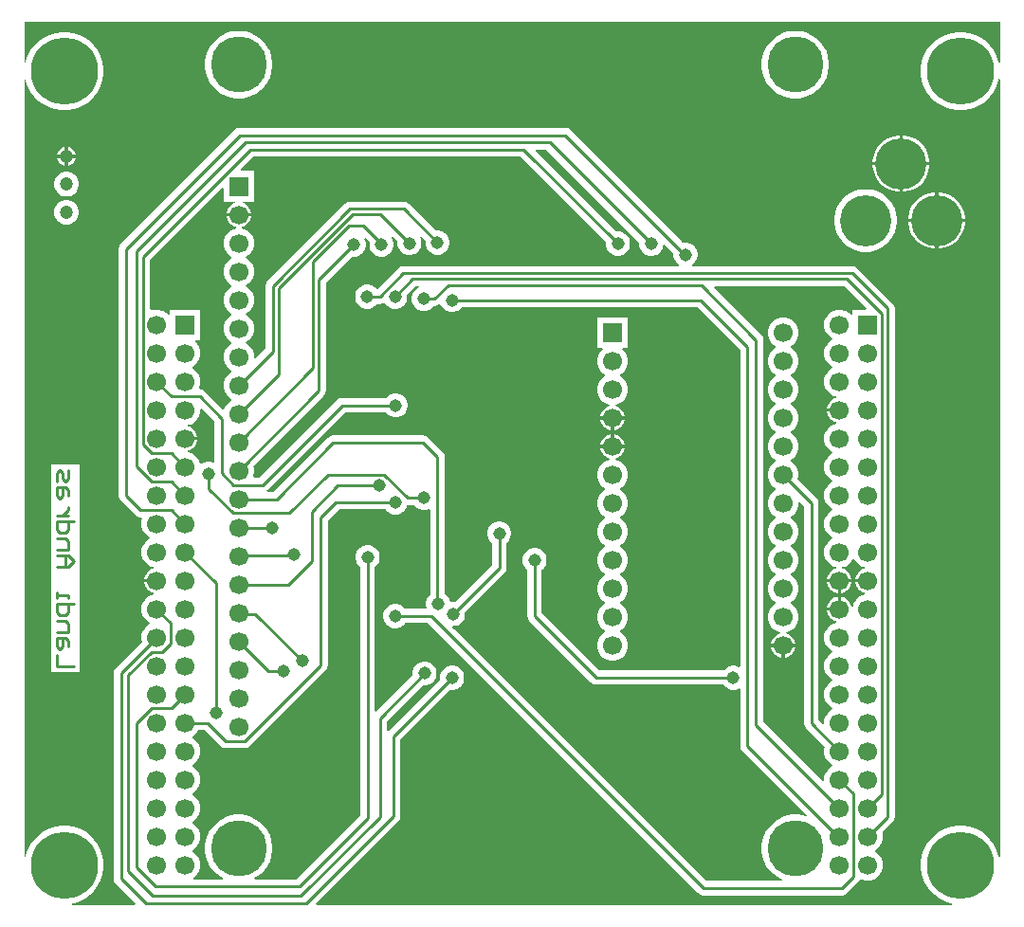
<source format=gbl>
G04*
G04 #@! TF.GenerationSoftware,Altium Limited,Altium Designer,24.2.2 (26)*
G04*
G04 Layer_Physical_Order=2*
G04 Layer_Color=16711680*
%FSLAX25Y25*%
%MOIN*%
G70*
G04*
G04 #@! TF.SameCoordinates,39AFF50E-F897-457A-A01D-6F320B20273F*
G04*
G04*
G04 #@! TF.FilePolarity,Positive*
G04*
G01*
G75*
%ADD14C,0.01000*%
%ADD37C,0.04724*%
%ADD38R,0.06693X0.06693*%
%ADD39C,0.06693*%
%ADD40C,0.19685*%
%ADD41C,0.18000*%
%ADD42R,0.06693X0.06693*%
%ADD43C,0.23622*%
%ADD44C,0.04500*%
%ADD45C,0.05000*%
G36*
X349034Y302086D02*
X348534Y302047D01*
X348471Y302447D01*
X347799Y304514D01*
X346812Y306451D01*
X345534Y308210D01*
X343997Y309747D01*
X342238Y311025D01*
X340302Y312012D01*
X338234Y312684D01*
X336087Y313024D01*
X333913D01*
X331766Y312684D01*
X329698Y312012D01*
X327762Y311025D01*
X326003Y309747D01*
X324465Y308210D01*
X323188Y306451D01*
X322201Y304514D01*
X321529Y302447D01*
X321189Y300300D01*
Y298126D01*
X321529Y295978D01*
X322201Y293911D01*
X323188Y291974D01*
X324465Y290215D01*
X326003Y288678D01*
X327762Y287400D01*
X329698Y286413D01*
X331766Y285742D01*
X333913Y285402D01*
X336087D01*
X338234Y285742D01*
X340302Y286413D01*
X342238Y287400D01*
X343997Y288678D01*
X345534Y290215D01*
X346812Y291974D01*
X347799Y293911D01*
X348471Y295978D01*
X348534Y296378D01*
X349034Y296339D01*
Y22874D01*
X348534Y22834D01*
X348471Y23234D01*
X347799Y25302D01*
X346812Y27239D01*
X345534Y28997D01*
X343997Y30534D01*
X342238Y31812D01*
X340302Y32799D01*
X338234Y33471D01*
X336087Y33811D01*
X333913D01*
X331766Y33471D01*
X329698Y32799D01*
X327762Y31812D01*
X326003Y30534D01*
X324465Y28997D01*
X323188Y27239D01*
X322201Y25302D01*
X321529Y23234D01*
X321189Y21087D01*
Y18913D01*
X321529Y16766D01*
X322201Y14698D01*
X323188Y12762D01*
X324465Y11003D01*
X326003Y9465D01*
X327762Y8188D01*
X329698Y7201D01*
X331766Y6529D01*
X332166Y6466D01*
X332126Y5966D01*
X108624D01*
X108432Y6428D01*
X137402Y35398D01*
X137955Y36224D01*
X138149Y37200D01*
Y64144D01*
X155673Y81668D01*
X155740Y81650D01*
X156860D01*
X157940Y81940D01*
X158910Y82499D01*
X159701Y83290D01*
X160260Y84260D01*
X160550Y85340D01*
Y86459D01*
X160260Y87540D01*
X159701Y88510D01*
X158910Y89301D01*
X157940Y89860D01*
X156860Y90150D01*
X155740D01*
X154660Y89860D01*
X153690Y89301D01*
X152899Y88510D01*
X152340Y87540D01*
X152050Y86459D01*
Y85340D01*
X152068Y85273D01*
X133949Y67154D01*
X133449Y67361D01*
Y70644D01*
X145973Y83168D01*
X146040Y83150D01*
X147160D01*
X148240Y83440D01*
X149210Y83999D01*
X150001Y84790D01*
X150560Y85760D01*
X150850Y86840D01*
Y87959D01*
X150560Y89040D01*
X150001Y90010D01*
X149210Y90801D01*
X148240Y91360D01*
X147160Y91650D01*
X146040D01*
X144960Y91360D01*
X143990Y90801D01*
X143199Y90010D01*
X142640Y89040D01*
X142350Y87959D01*
Y86840D01*
X142368Y86773D01*
X129611Y74016D01*
X129149Y74207D01*
Y124864D01*
X129210Y124899D01*
X130001Y125690D01*
X130560Y126660D01*
X130850Y127741D01*
Y128859D01*
X130560Y129940D01*
X130001Y130910D01*
X129210Y131701D01*
X128240Y132260D01*
X127160Y132550D01*
X126040D01*
X124960Y132260D01*
X123990Y131701D01*
X123199Y130910D01*
X122640Y129940D01*
X122350Y128859D01*
Y127741D01*
X122640Y126660D01*
X123199Y125690D01*
X123990Y124899D01*
X124051Y124864D01*
Y37456D01*
X101544Y14949D01*
X86964D01*
X86847Y15435D01*
X87507Y15771D01*
X89015Y16867D01*
X90333Y18185D01*
X91429Y19693D01*
X92275Y21354D01*
X92851Y23127D01*
X93142Y24968D01*
Y26832D01*
X92851Y28673D01*
X92275Y30446D01*
X91429Y32107D01*
X90333Y33615D01*
X89015Y34933D01*
X87507Y36029D01*
X85846Y36875D01*
X84073Y37451D01*
X82232Y37742D01*
X80368D01*
X78527Y37451D01*
X76754Y36875D01*
X75093Y36029D01*
X73585Y34933D01*
X72267Y33615D01*
X71171Y32107D01*
X70325Y30446D01*
X69749Y28673D01*
X69458Y26832D01*
Y24968D01*
X69749Y23127D01*
X70325Y21354D01*
X71171Y19693D01*
X72267Y18185D01*
X73585Y16867D01*
X75093Y15771D01*
X75753Y15435D01*
X75636Y14949D01*
X65444D01*
X65310Y15449D01*
X65783Y15722D01*
X66778Y16717D01*
X67482Y17936D01*
X67847Y19296D01*
Y20704D01*
X67482Y22064D01*
X66778Y23283D01*
X65783Y24278D01*
X65033Y24711D01*
Y25289D01*
X65783Y25722D01*
X66778Y26717D01*
X67482Y27936D01*
X67847Y29296D01*
Y30704D01*
X67482Y32064D01*
X66778Y33283D01*
X65783Y34278D01*
X65033Y34711D01*
Y35289D01*
X65783Y35722D01*
X66778Y36717D01*
X67482Y37936D01*
X67847Y39296D01*
Y40704D01*
X67482Y42064D01*
X66778Y43283D01*
X65783Y44278D01*
X65033Y44711D01*
Y45289D01*
X65783Y45722D01*
X66778Y46717D01*
X67482Y47936D01*
X67847Y49296D01*
Y50704D01*
X67482Y52064D01*
X66778Y53283D01*
X65783Y54278D01*
X65033Y54711D01*
Y55289D01*
X65783Y55722D01*
X66778Y56717D01*
X67482Y57936D01*
X67847Y59296D01*
Y60704D01*
X67482Y62064D01*
X66778Y63283D01*
X65783Y64278D01*
X65033Y64711D01*
Y65289D01*
X65783Y65722D01*
X66778Y66717D01*
X67202Y67451D01*
X69400D01*
X75056Y61795D01*
X75883Y61243D01*
X76859Y61049D01*
X83410D01*
X84385Y61243D01*
X85212Y61795D01*
X111820Y88403D01*
X112373Y89230D01*
X112567Y90206D01*
Y141062D01*
X116556Y145051D01*
X132964D01*
X132999Y144990D01*
X133790Y144199D01*
X134760Y143640D01*
X135840Y143350D01*
X136960D01*
X138040Y143640D01*
X139010Y144199D01*
X139801Y144990D01*
X140360Y145960D01*
X140523Y146567D01*
X140603Y146551D01*
X143064D01*
X143099Y146490D01*
X143890Y145699D01*
X144860Y145140D01*
X145940Y144850D01*
X147060D01*
X148140Y145140D01*
X148218Y145184D01*
X148651Y144934D01*
Y115070D01*
X147949Y114369D01*
X147390Y113399D01*
X147100Y112319D01*
Y111199D01*
X147275Y110546D01*
X146971Y110149D01*
X139736D01*
X139701Y110210D01*
X138910Y111001D01*
X137940Y111560D01*
X136860Y111850D01*
X135740D01*
X134660Y111560D01*
X133690Y111001D01*
X132899Y110210D01*
X132340Y109240D01*
X132050Y108159D01*
Y107041D01*
X132340Y105960D01*
X132899Y104990D01*
X133690Y104199D01*
X134660Y103640D01*
X135740Y103350D01*
X136860D01*
X137940Y103640D01*
X138910Y104199D01*
X139701Y104990D01*
X139736Y105051D01*
X147844D01*
X242798Y10098D01*
X243625Y9545D01*
X244600Y9351D01*
X293400D01*
X294375Y9545D01*
X295202Y10098D01*
X299149Y14044D01*
X299701Y14871D01*
X299720Y14962D01*
X300175Y15169D01*
X300436Y15018D01*
X301796Y14654D01*
X303204D01*
X304564Y15018D01*
X305783Y15722D01*
X306778Y16717D01*
X307482Y17936D01*
X307846Y19296D01*
Y20704D01*
X307482Y22064D01*
X306778Y23283D01*
X305783Y24278D01*
X305033Y24711D01*
Y25289D01*
X305783Y25722D01*
X306778Y26717D01*
X307482Y27936D01*
X307846Y29296D01*
Y30704D01*
X307627Y31522D01*
X311149Y35044D01*
X311701Y35871D01*
X311895Y36847D01*
Y215754D01*
X311701Y216729D01*
X311149Y217556D01*
X298802Y229902D01*
X297975Y230455D01*
X297000Y230649D01*
X240883D01*
X240749Y231149D01*
X241010Y231299D01*
X241801Y232090D01*
X242360Y233060D01*
X242650Y234140D01*
Y235260D01*
X242360Y236340D01*
X241801Y237310D01*
X241010Y238101D01*
X240040Y238660D01*
X238960Y238950D01*
X237841D01*
X237536Y238868D01*
X197902Y278502D01*
X197075Y279055D01*
X196100Y279249D01*
X81600D01*
X80625Y279055D01*
X79798Y278502D01*
X39798Y238502D01*
X39245Y237675D01*
X39051Y236700D01*
Y150000D01*
X39245Y149024D01*
X39798Y148198D01*
X44951Y143044D01*
X45778Y142491D01*
X46753Y142297D01*
X47115D01*
X47447Y141797D01*
X47154Y140704D01*
Y139296D01*
X47518Y137936D01*
X48222Y136717D01*
X49217Y135722D01*
X49967Y135289D01*
Y134711D01*
X49217Y134278D01*
X48222Y133283D01*
X47518Y132064D01*
X47154Y130704D01*
Y129296D01*
X47518Y127936D01*
X48222Y126717D01*
X49217Y125722D01*
X50436Y125018D01*
X51499Y124733D01*
Y124215D01*
X50828Y124036D01*
X49841Y123465D01*
X49035Y122659D01*
X48464Y121672D01*
X48175Y120591D01*
X52500D01*
Y119409D01*
X48175D01*
X48464Y118328D01*
X49035Y117341D01*
X49841Y116535D01*
X50828Y115964D01*
X51499Y115785D01*
Y115267D01*
X50436Y114982D01*
X49217Y114278D01*
X48222Y113283D01*
X47518Y112064D01*
X47154Y110704D01*
Y109296D01*
X47518Y107936D01*
X48222Y106717D01*
X49217Y105722D01*
X49967Y105289D01*
Y104711D01*
X49217Y104278D01*
X48222Y103283D01*
X47518Y102064D01*
X47154Y100704D01*
Y99296D01*
X47373Y98478D01*
X38098Y89202D01*
X37545Y88376D01*
X37351Y87400D01*
Y15200D01*
X37545Y14225D01*
X38098Y13398D01*
X45068Y6428D01*
X44876Y5966D01*
X22874D01*
X22834Y6466D01*
X23234Y6529D01*
X25302Y7201D01*
X27239Y8188D01*
X28997Y9465D01*
X30534Y11003D01*
X31812Y12762D01*
X32799Y14698D01*
X33471Y16766D01*
X33811Y18913D01*
Y21087D01*
X33471Y23234D01*
X32799Y25302D01*
X31812Y27239D01*
X30534Y28997D01*
X28997Y30534D01*
X27239Y31812D01*
X25302Y32799D01*
X23234Y33471D01*
X21087Y33811D01*
X18913D01*
X16766Y33471D01*
X14698Y32799D01*
X12762Y31812D01*
X11003Y30534D01*
X9465Y28997D01*
X8188Y27239D01*
X7201Y25302D01*
X6529Y23234D01*
X6466Y22834D01*
X5966Y22874D01*
Y296339D01*
X6466Y296378D01*
X6529Y295978D01*
X7201Y293911D01*
X8188Y291974D01*
X9465Y290215D01*
X11003Y288678D01*
X12762Y287400D01*
X14698Y286413D01*
X16766Y285742D01*
X18913Y285402D01*
X21087D01*
X23234Y285742D01*
X25302Y286413D01*
X27239Y287400D01*
X28997Y288678D01*
X30534Y290215D01*
X31812Y291974D01*
X32799Y293911D01*
X33471Y295978D01*
X33811Y298126D01*
Y300300D01*
X33471Y302447D01*
X32799Y304514D01*
X31812Y306451D01*
X30534Y308210D01*
X28997Y309747D01*
X27239Y311025D01*
X25302Y312012D01*
X23234Y312684D01*
X21087Y313024D01*
X18913D01*
X16766Y312684D01*
X14698Y312012D01*
X12762Y311025D01*
X11003Y309747D01*
X9465Y308210D01*
X8188Y306451D01*
X7201Y304514D01*
X6529Y302447D01*
X6466Y302047D01*
X5966Y302086D01*
Y316434D01*
X349034D01*
Y302086D01*
D02*
G37*
G36*
X222068Y239027D02*
X222050Y238960D01*
Y237841D01*
X222340Y236760D01*
X222899Y235790D01*
X223690Y234999D01*
X224660Y234440D01*
X225741Y234150D01*
X226859D01*
X227940Y234440D01*
X228910Y234999D01*
X229701Y235790D01*
X230260Y236760D01*
X230550Y237841D01*
Y237992D01*
X231012Y238183D01*
X234150Y235045D01*
Y234140D01*
X234440Y233060D01*
X234999Y232090D01*
X235790Y231299D01*
X236051Y231149D01*
X235917Y230649D01*
X139197D01*
X138221Y230455D01*
X137394Y229902D01*
X129901Y222410D01*
X129901Y222410D01*
X129110Y223201D01*
X128140Y223760D01*
X127059Y224050D01*
X125941D01*
X124860Y223760D01*
X123890Y223201D01*
X123099Y222410D01*
X122540Y221440D01*
X122250Y220359D01*
Y219240D01*
X122540Y218160D01*
X123099Y217190D01*
X123890Y216399D01*
X124860Y215840D01*
X125941Y215550D01*
X127059D01*
X128140Y215840D01*
X129110Y216399D01*
X129901Y217190D01*
X129936Y217251D01*
X130897D01*
X131872Y217445D01*
X132245Y217694D01*
X132732Y217581D01*
X132899Y217290D01*
X133690Y216499D01*
X134660Y215940D01*
X135740Y215650D01*
X136860D01*
X137940Y215940D01*
X138910Y216499D01*
X139701Y217290D01*
X140260Y218260D01*
X140550Y219340D01*
Y220460D01*
X140532Y220527D01*
X143556Y223551D01*
X144659D01*
X144760Y223060D01*
X143790Y222501D01*
X142999Y221710D01*
X142440Y220740D01*
X142150Y219659D01*
Y218541D01*
X142440Y217460D01*
X142999Y216490D01*
X143790Y215699D01*
X144760Y215140D01*
X145841Y214850D01*
X146959D01*
X148040Y215140D01*
X149010Y215699D01*
X149801Y216490D01*
X149836Y216551D01*
X150197D01*
X151172Y216745D01*
X151795Y217161D01*
X152190Y217088D01*
X152319Y217034D01*
X152387Y216978D01*
X152899Y216090D01*
X153690Y215299D01*
X154660Y214740D01*
X155740Y214450D01*
X156860D01*
X157940Y214740D01*
X158910Y215299D01*
X159701Y216090D01*
X159736Y216151D01*
X242544D01*
X257651Y201044D01*
Y89792D01*
X257218Y89542D01*
X256840Y89760D01*
X255760Y90050D01*
X254641D01*
X253560Y89760D01*
X252590Y89201D01*
X251939Y88549D01*
X208056D01*
X187849Y108756D01*
Y123764D01*
X187910Y123799D01*
X188701Y124590D01*
X189260Y125560D01*
X189550Y126640D01*
Y127760D01*
X189260Y128840D01*
X188701Y129810D01*
X187910Y130601D01*
X186940Y131160D01*
X185860Y131450D01*
X184740D01*
X183660Y131160D01*
X182690Y130601D01*
X181899Y129810D01*
X181340Y128840D01*
X181050Y127760D01*
Y126640D01*
X181340Y125560D01*
X181899Y124590D01*
X182690Y123799D01*
X182751Y123764D01*
Y107700D01*
X182945Y106725D01*
X183498Y105898D01*
X205198Y84198D01*
X206025Y83645D01*
X207000Y83451D01*
X251649D01*
X251799Y83190D01*
X252590Y82399D01*
X253560Y81840D01*
X254641Y81550D01*
X255760D01*
X256840Y81840D01*
X257218Y82058D01*
X257651Y81808D01*
Y62000D01*
X257845Y61024D01*
X258398Y60198D01*
X281040Y37555D01*
X280772Y37117D01*
X279742Y37451D01*
X277901Y37742D01*
X276037D01*
X274196Y37451D01*
X272423Y36875D01*
X270762Y36029D01*
X269254Y34933D01*
X267936Y33615D01*
X266841Y32107D01*
X265994Y30446D01*
X265418Y28673D01*
X265127Y26832D01*
Y24968D01*
X265418Y23127D01*
X265994Y21354D01*
X266841Y19693D01*
X267936Y18185D01*
X269254Y16867D01*
X270762Y15771D01*
X272423Y14925D01*
X272348Y14449D01*
X245656D01*
X156517Y103588D01*
X156708Y104050D01*
X157159D01*
X158240Y104340D01*
X159210Y104899D01*
X160001Y105690D01*
X160560Y106660D01*
X160850Y107740D01*
Y108860D01*
X160832Y108927D01*
X174702Y122798D01*
X175255Y123625D01*
X175449Y124600D01*
Y133264D01*
X175510Y133299D01*
X176301Y134090D01*
X176860Y135060D01*
X177150Y136141D01*
Y137259D01*
X176860Y138340D01*
X176301Y139310D01*
X175510Y140101D01*
X174540Y140660D01*
X173459Y140950D01*
X172341D01*
X171260Y140660D01*
X170290Y140101D01*
X169499Y139310D01*
X168940Y138340D01*
X168650Y137259D01*
Y136141D01*
X168940Y135060D01*
X169499Y134090D01*
X170290Y133299D01*
X170351Y133264D01*
Y125656D01*
X157227Y112532D01*
X157159Y112550D01*
X156041D01*
X155572Y112424D01*
X155310Y113399D01*
X154751Y114369D01*
X153960Y115160D01*
X153749Y115281D01*
Y163500D01*
X153555Y164476D01*
X153002Y165302D01*
X148002Y170302D01*
X147176Y170855D01*
X146200Y171049D01*
X114373D01*
X113397Y170855D01*
X112570Y170302D01*
X93511Y151244D01*
X91324D01*
X91172Y151744D01*
X91402Y151898D01*
X118656Y179151D01*
X133064D01*
X133099Y179090D01*
X133890Y178299D01*
X134860Y177740D01*
X135941Y177450D01*
X137059D01*
X138140Y177740D01*
X139110Y178299D01*
X139901Y179090D01*
X140460Y180060D01*
X140750Y181140D01*
Y182260D01*
X140460Y183340D01*
X139901Y184310D01*
X139110Y185101D01*
X138140Y185660D01*
X137059Y185950D01*
X135941D01*
X134860Y185660D01*
X133890Y185101D01*
X133099Y184310D01*
X133064Y184249D01*
X117600D01*
X116624Y184055D01*
X115798Y183502D01*
X88544Y156249D01*
X86571D01*
X86313Y156749D01*
X86646Y157991D01*
Y159398D01*
X86427Y160217D01*
X111202Y184993D01*
X111755Y185820D01*
X111949Y186795D01*
Y224744D01*
X121173Y233968D01*
X121240Y233950D01*
X122360D01*
X123440Y234240D01*
X124410Y234799D01*
X125201Y235590D01*
X125760Y236560D01*
X126050Y237641D01*
Y238759D01*
X125760Y239840D01*
X125505Y240284D01*
X125905Y240591D01*
X127353Y239143D01*
X127250Y238759D01*
Y237641D01*
X127540Y236560D01*
X128099Y235590D01*
X128890Y234799D01*
X129860Y234240D01*
X130940Y233950D01*
X132060D01*
X133140Y234240D01*
X134110Y234799D01*
X134901Y235590D01*
X135460Y236560D01*
X135750Y237641D01*
Y238759D01*
X135460Y239840D01*
X134901Y240809D01*
X135270Y241125D01*
X137068Y239327D01*
X137050Y239260D01*
Y238141D01*
X137340Y237060D01*
X137899Y236090D01*
X138690Y235299D01*
X139660Y234740D01*
X140741Y234450D01*
X141859D01*
X142940Y234740D01*
X143910Y235299D01*
X144701Y236090D01*
X145260Y237060D01*
X145550Y238141D01*
Y239260D01*
X145260Y240340D01*
X145004Y240784D01*
X145405Y241091D01*
X146968Y239527D01*
X146950Y239459D01*
Y238340D01*
X147240Y237260D01*
X147799Y236290D01*
X148590Y235499D01*
X149560Y234940D01*
X150640Y234650D01*
X151760D01*
X152840Y234940D01*
X153810Y235499D01*
X154601Y236290D01*
X155160Y237260D01*
X155450Y238340D01*
Y239459D01*
X155160Y240540D01*
X154601Y241510D01*
X153810Y242301D01*
X152840Y242860D01*
X151760Y243150D01*
X150640D01*
X150573Y243132D01*
X141117Y252588D01*
X140290Y253141D01*
X139314Y253335D01*
X120429D01*
X119454Y253141D01*
X118626Y252588D01*
X91476Y225438D01*
X90923Y224611D01*
X90729Y223635D01*
Y201729D01*
X87146Y198146D01*
X86646Y198353D01*
Y199399D01*
X86282Y200759D01*
X85578Y201978D01*
X84583Y202973D01*
X83832Y203406D01*
Y203984D01*
X84583Y204417D01*
X85578Y205412D01*
X86282Y206631D01*
X86646Y207991D01*
Y209399D01*
X86282Y210759D01*
X85578Y211978D01*
X84583Y212973D01*
X83832Y213406D01*
Y213984D01*
X84583Y214417D01*
X85578Y215412D01*
X86282Y216631D01*
X86646Y217991D01*
Y219399D01*
X86282Y220759D01*
X85578Y221978D01*
X84583Y222973D01*
X83832Y223406D01*
Y223984D01*
X84583Y224417D01*
X85578Y225413D01*
X86282Y226632D01*
X86646Y227991D01*
Y229399D01*
X86282Y230759D01*
X85578Y231978D01*
X84583Y232974D01*
X83833Y233407D01*
Y233984D01*
X84583Y234417D01*
X85578Y235413D01*
X86282Y236632D01*
X86646Y237991D01*
Y239399D01*
X86282Y240759D01*
X85578Y241978D01*
X84583Y242973D01*
X83364Y243677D01*
X82301Y243962D01*
Y244480D01*
X82972Y244660D01*
X83959Y245230D01*
X84765Y246036D01*
X85336Y247024D01*
X85625Y248105D01*
X81300D01*
X76975D01*
X77264Y247024D01*
X77835Y246036D01*
X78641Y245230D01*
X79628Y244660D01*
X80300Y244480D01*
Y243962D01*
X79236Y243677D01*
X78017Y242973D01*
X77022Y241978D01*
X76318Y240759D01*
X75954Y239399D01*
Y237991D01*
X76318Y236632D01*
X77022Y235413D01*
X78017Y234417D01*
X78767Y233984D01*
Y233407D01*
X78017Y232974D01*
X77022Y231978D01*
X76318Y230759D01*
X75954Y229399D01*
Y227991D01*
X76318Y226632D01*
X77022Y225413D01*
X78017Y224417D01*
X78768Y223984D01*
Y223407D01*
X78017Y222973D01*
X77021Y221978D01*
X76318Y220759D01*
X75953Y219399D01*
Y217991D01*
X76318Y216631D01*
X77021Y215412D01*
X78017Y214417D01*
X78767Y213984D01*
Y213406D01*
X78017Y212973D01*
X77021Y211978D01*
X76318Y210759D01*
X75953Y209399D01*
Y207991D01*
X76318Y206631D01*
X77021Y205412D01*
X78017Y204417D01*
X78767Y203984D01*
Y203406D01*
X78017Y202973D01*
X77021Y201978D01*
X76318Y200759D01*
X75953Y199399D01*
Y197991D01*
X76318Y196631D01*
X77021Y195412D01*
X78017Y194417D01*
X78767Y193984D01*
Y193406D01*
X78017Y192973D01*
X77021Y191978D01*
X76318Y190759D01*
X75953Y189399D01*
Y187991D01*
X76318Y186631D01*
X77021Y185412D01*
X78017Y184417D01*
X78767Y183984D01*
Y183406D01*
X78017Y182973D01*
X77021Y181977D01*
X76317Y180758D01*
X76220Y180397D01*
X75737Y180267D01*
X69356Y186649D01*
X68529Y187201D01*
X67727Y187361D01*
X67427Y187841D01*
X67482Y187936D01*
X67847Y189296D01*
Y190704D01*
X67482Y192064D01*
X66778Y193283D01*
X65783Y194278D01*
X65033Y194711D01*
Y195289D01*
X65783Y195722D01*
X66778Y196717D01*
X67482Y197936D01*
X67847Y199296D01*
Y200704D01*
X67482Y202064D01*
X66778Y203283D01*
X65908Y204153D01*
X66084Y204654D01*
X67847D01*
Y215347D01*
X57153D01*
Y213584D01*
X56653Y213407D01*
X55783Y214278D01*
X54564Y214982D01*
X53204Y215347D01*
X51796D01*
X50703Y215053D01*
X50203Y215385D01*
Y232807D01*
X75492Y258096D01*
X75954Y257905D01*
Y253349D01*
X80003D01*
X80069Y252849D01*
X79628Y252731D01*
X78641Y252161D01*
X77835Y251354D01*
X77264Y250367D01*
X76975Y249286D01*
X81300D01*
X85625D01*
X85336Y250367D01*
X84765Y251354D01*
X83959Y252161D01*
X82972Y252731D01*
X82531Y252849D01*
X82597Y253349D01*
X86646D01*
Y264042D01*
X82090D01*
X81899Y264504D01*
X86446Y269051D01*
X180444D01*
X210368Y239127D01*
X210350Y239059D01*
Y237941D01*
X210640Y236860D01*
X211199Y235890D01*
X211990Y235099D01*
X212960Y234540D01*
X214040Y234250D01*
X215160D01*
X216240Y234540D01*
X217210Y235099D01*
X218001Y235890D01*
X218560Y236860D01*
X218850Y237941D01*
Y239059D01*
X218560Y240140D01*
X218001Y241110D01*
X217210Y241901D01*
X216240Y242460D01*
X215160Y242750D01*
X214040D01*
X213973Y242732D01*
X185616Y271089D01*
X185807Y271551D01*
X189544D01*
X222068Y239027D01*
D02*
G37*
G36*
X301901Y215808D02*
X301710Y215347D01*
X297153D01*
Y213584D01*
X296654Y213407D01*
X295783Y214278D01*
X294564Y214982D01*
X293204Y215347D01*
X291796D01*
X290436Y214982D01*
X289217Y214278D01*
X288222Y213283D01*
X287518Y212064D01*
X287154Y210704D01*
Y209296D01*
X287518Y207936D01*
X288222Y206717D01*
X289217Y205722D01*
X289967Y205289D01*
Y204711D01*
X289217Y204278D01*
X288222Y203283D01*
X287518Y202064D01*
X287154Y200704D01*
Y199296D01*
X287518Y197936D01*
X288222Y196717D01*
X289217Y195722D01*
X289967Y195289D01*
Y194711D01*
X289217Y194278D01*
X288222Y193283D01*
X287518Y192064D01*
X287154Y190704D01*
Y189296D01*
X287518Y187936D01*
X288222Y186717D01*
X289217Y185722D01*
X290436Y185018D01*
X291499Y184733D01*
Y184215D01*
X290828Y184036D01*
X289841Y183465D01*
X289035Y182659D01*
X288464Y181672D01*
X288175Y180591D01*
X292500D01*
Y179409D01*
X288175D01*
X288464Y178328D01*
X289035Y177341D01*
X289841Y176535D01*
X290828Y175964D01*
X291499Y175785D01*
Y175267D01*
X290436Y174982D01*
X289217Y174278D01*
X288222Y173283D01*
X287518Y172064D01*
X287154Y170704D01*
Y169296D01*
X287518Y167936D01*
X288222Y166717D01*
X289217Y165722D01*
X289967Y165289D01*
Y164711D01*
X289217Y164278D01*
X288222Y163283D01*
X287518Y162064D01*
X287154Y160704D01*
Y159296D01*
X287518Y157936D01*
X288222Y156717D01*
X289217Y155722D01*
X289967Y155289D01*
Y154711D01*
X289217Y154278D01*
X288222Y153283D01*
X287518Y152064D01*
X287154Y150704D01*
Y149296D01*
X287518Y147936D01*
X288222Y146717D01*
X289217Y145722D01*
X289967Y145289D01*
Y144711D01*
X289217Y144278D01*
X288222Y143283D01*
X287518Y142064D01*
X287154Y140704D01*
Y139296D01*
X287518Y137936D01*
X288222Y136717D01*
X289217Y135722D01*
X289967Y135289D01*
Y134711D01*
X289217Y134278D01*
X288222Y133283D01*
X287518Y132064D01*
X287154Y130704D01*
Y129296D01*
X287518Y127936D01*
X288222Y126717D01*
X289217Y125722D01*
X290436Y125018D01*
X291499Y124733D01*
Y124215D01*
X290828Y124036D01*
X289841Y123465D01*
X289035Y122659D01*
X288464Y121672D01*
X288175Y120591D01*
X292500D01*
X296825D01*
X296536Y121672D01*
X295965Y122659D01*
X295159Y123465D01*
X294172Y124036D01*
X293500Y124215D01*
Y124733D01*
X294564Y125018D01*
X295783Y125722D01*
X296778Y126717D01*
X297211Y127467D01*
X297789D01*
X298222Y126717D01*
X299217Y125722D01*
X300436Y125018D01*
X301500Y124733D01*
Y124215D01*
X300828Y124036D01*
X299841Y123465D01*
X299035Y122659D01*
X298464Y121672D01*
X298175Y120591D01*
X302500D01*
Y119409D01*
X298175D01*
X298464Y118328D01*
X299035Y117341D01*
X299841Y116535D01*
X300828Y115964D01*
X301500Y115785D01*
Y115267D01*
X300436Y114982D01*
X299217Y114278D01*
X298222Y113283D01*
X297518Y112064D01*
X297233Y111001D01*
X296715D01*
X296536Y111672D01*
X295965Y112659D01*
X295159Y113465D01*
X294172Y114036D01*
X293091Y114325D01*
Y110000D01*
X292500D01*
Y109409D01*
X288175D01*
X288464Y108328D01*
X289035Y107341D01*
X289841Y106535D01*
X290828Y105964D01*
X291499Y105785D01*
Y105267D01*
X290436Y104982D01*
X289217Y104278D01*
X288222Y103283D01*
X287518Y102064D01*
X287154Y100704D01*
Y99296D01*
X287518Y97936D01*
X288222Y96717D01*
X289217Y95722D01*
X289967Y95289D01*
Y94711D01*
X289217Y94278D01*
X288222Y93283D01*
X287518Y92064D01*
X287154Y90704D01*
Y89296D01*
X287518Y87936D01*
X288222Y86717D01*
X289217Y85722D01*
X289967Y85289D01*
Y84711D01*
X289217Y84278D01*
X288222Y83283D01*
X287518Y82064D01*
X287154Y80704D01*
Y79296D01*
X287518Y77936D01*
X288222Y76717D01*
X289217Y75722D01*
X289967Y75289D01*
Y74711D01*
X289217Y74278D01*
X288222Y73283D01*
X287518Y72064D01*
X287154Y70704D01*
Y69658D01*
X286653Y69451D01*
X285149Y70956D01*
Y147300D01*
X284955Y148275D01*
X284402Y149102D01*
X277827Y155677D01*
X278046Y156496D01*
Y157904D01*
X277682Y159263D01*
X276978Y160483D01*
X275983Y161478D01*
X275233Y161911D01*
Y162488D01*
X275983Y162922D01*
X276978Y163917D01*
X277682Y165136D01*
X278046Y166496D01*
Y167903D01*
X277682Y169263D01*
X276978Y170483D01*
X275983Y171478D01*
X275233Y171911D01*
Y172488D01*
X275983Y172922D01*
X276978Y173917D01*
X277682Y175136D01*
X278046Y176496D01*
Y177903D01*
X277682Y179263D01*
X276978Y180482D01*
X275983Y181478D01*
X275233Y181911D01*
Y182488D01*
X275983Y182922D01*
X276978Y183917D01*
X277682Y185136D01*
X278046Y186496D01*
Y187903D01*
X277682Y189263D01*
X276978Y190482D01*
X275983Y191478D01*
X275233Y191911D01*
Y192488D01*
X275983Y192921D01*
X276978Y193917D01*
X277682Y195136D01*
X278046Y196496D01*
Y197904D01*
X277682Y199263D01*
X276978Y200483D01*
X275983Y201478D01*
X275233Y201911D01*
Y202488D01*
X275983Y202922D01*
X276978Y203917D01*
X277682Y205136D01*
X278046Y206496D01*
Y207904D01*
X277682Y209263D01*
X276978Y210483D01*
X275983Y211478D01*
X274764Y212182D01*
X273404Y212546D01*
X271996D01*
X270636Y212182D01*
X269417Y211478D01*
X268422Y210483D01*
X267718Y209263D01*
X267354Y207904D01*
Y206496D01*
X267718Y205136D01*
X268422Y203917D01*
X269417Y202922D01*
X270167Y202488D01*
Y201911D01*
X269417Y201478D01*
X268422Y200483D01*
X267718Y199263D01*
X267354Y197904D01*
Y196496D01*
X267718Y195136D01*
X268422Y193917D01*
X269417Y192921D01*
X270167Y192488D01*
Y191911D01*
X269417Y191478D01*
X268422Y190482D01*
X267718Y189263D01*
X267354Y187903D01*
Y186496D01*
X267718Y185136D01*
X268422Y183917D01*
X269417Y182922D01*
X270167Y182488D01*
Y181911D01*
X269417Y181478D01*
X268422Y180482D01*
X267718Y179263D01*
X267354Y177903D01*
Y176496D01*
X267718Y175136D01*
X268422Y173917D01*
X269417Y172922D01*
X270167Y172488D01*
Y171911D01*
X269417Y171478D01*
X268422Y170483D01*
X267718Y169263D01*
X267354Y167903D01*
Y166496D01*
X267718Y165136D01*
X268422Y163917D01*
X269417Y162922D01*
X270167Y162488D01*
Y161911D01*
X269417Y161478D01*
X268422Y160483D01*
X267718Y159263D01*
X267354Y157904D01*
Y156496D01*
X267718Y155136D01*
X268422Y153917D01*
X269417Y152921D01*
X270167Y152488D01*
Y151911D01*
X269417Y151478D01*
X268422Y150482D01*
X267718Y149263D01*
X267354Y147904D01*
Y146496D01*
X267718Y145136D01*
X268422Y143917D01*
X269417Y142921D01*
X270167Y142488D01*
Y141911D01*
X269417Y141478D01*
X268422Y140482D01*
X267718Y139263D01*
X267354Y137903D01*
Y136496D01*
X267718Y135136D01*
X268422Y133917D01*
X269417Y132922D01*
X270167Y132488D01*
Y131911D01*
X269417Y131478D01*
X268422Y130482D01*
X267718Y129263D01*
X267354Y127903D01*
Y126496D01*
X267718Y125136D01*
X268422Y123917D01*
X269417Y122922D01*
X270167Y122488D01*
Y121911D01*
X269417Y121478D01*
X268422Y120483D01*
X267718Y119263D01*
X267354Y117903D01*
Y116496D01*
X267718Y115136D01*
X268422Y113917D01*
X269417Y112922D01*
X270167Y112488D01*
Y111911D01*
X269417Y111478D01*
X268422Y110483D01*
X267718Y109263D01*
X267354Y107904D01*
Y106496D01*
X267718Y105136D01*
X268422Y103917D01*
X269417Y102921D01*
X270636Y102218D01*
X271700Y101933D01*
Y101415D01*
X271028Y101235D01*
X270041Y100665D01*
X269235Y99859D01*
X268664Y98871D01*
X268375Y97790D01*
X272700D01*
X277025D01*
X276736Y98871D01*
X276165Y99859D01*
X275359Y100665D01*
X274372Y101235D01*
X273700Y101415D01*
Y101933D01*
X274764Y102218D01*
X275983Y102921D01*
X276978Y103917D01*
X277682Y105136D01*
X278046Y106496D01*
Y107904D01*
X277682Y109263D01*
X276978Y110483D01*
X275983Y111478D01*
X275233Y111911D01*
Y112488D01*
X275983Y112922D01*
X276978Y113917D01*
X277682Y115136D01*
X278046Y116496D01*
Y117903D01*
X277682Y119263D01*
X276978Y120483D01*
X275983Y121478D01*
X275233Y121911D01*
Y122488D01*
X275983Y122922D01*
X276978Y123917D01*
X277682Y125136D01*
X278046Y126496D01*
Y127903D01*
X277682Y129263D01*
X276978Y130482D01*
X275983Y131478D01*
X275233Y131911D01*
Y132488D01*
X275983Y132922D01*
X276978Y133917D01*
X277682Y135136D01*
X278046Y136496D01*
Y137903D01*
X277682Y139263D01*
X276978Y140482D01*
X275983Y141478D01*
X275233Y141911D01*
Y142488D01*
X275983Y142921D01*
X276978Y143917D01*
X277682Y145136D01*
X278046Y146496D01*
Y147541D01*
X278547Y147748D01*
X280051Y146244D01*
Y69900D01*
X280245Y68924D01*
X280798Y68098D01*
X287373Y61522D01*
X287154Y60704D01*
Y59296D01*
X287518Y57936D01*
X288222Y56717D01*
X289217Y55722D01*
X289967Y55289D01*
Y54711D01*
X289217Y54278D01*
X288222Y53283D01*
X287518Y52064D01*
X287154Y50704D01*
Y49658D01*
X286653Y49451D01*
X265749Y70356D01*
Y204700D01*
X265555Y205676D01*
X265002Y206502D01*
X248416Y223089D01*
X248607Y223551D01*
X294158D01*
X301901Y215808D01*
D02*
G37*
G36*
X72851Y175944D02*
Y161928D01*
X72351Y161684D01*
X71359Y161950D01*
X70240D01*
X69160Y161660D01*
X68249Y161135D01*
X67816Y161199D01*
X67706Y161229D01*
X67482Y162064D01*
X66778Y163283D01*
X65783Y164278D01*
X64564Y164982D01*
X63500Y165267D01*
Y165785D01*
X64172Y165964D01*
X65159Y166535D01*
X65965Y167341D01*
X66536Y168328D01*
X66825Y169409D01*
X62500D01*
Y170591D01*
X66825D01*
X66536Y171672D01*
X65965Y172659D01*
X65159Y173465D01*
X64172Y174036D01*
X63500Y174215D01*
Y174733D01*
X64564Y175018D01*
X65783Y175722D01*
X66778Y176717D01*
X67482Y177936D01*
X67847Y179296D01*
Y180242D01*
X68347Y180449D01*
X72851Y175944D01*
D02*
G37*
%LPC*%
G36*
X277901Y313333D02*
X276037D01*
X274196Y313041D01*
X272423Y312466D01*
X270762Y311619D01*
X269254Y310524D01*
X267936Y309205D01*
X266841Y307697D01*
X265994Y306036D01*
X265418Y304264D01*
X265127Y302423D01*
Y300558D01*
X265418Y298717D01*
X265994Y296945D01*
X266841Y295284D01*
X267936Y293776D01*
X269254Y292458D01*
X270762Y291362D01*
X272423Y290516D01*
X274196Y289940D01*
X276037Y289648D01*
X277901D01*
X279742Y289940D01*
X281515Y290516D01*
X283176Y291362D01*
X284684Y292458D01*
X286002Y293776D01*
X287098Y295284D01*
X287944Y296945D01*
X288520Y298717D01*
X288812Y300558D01*
Y302423D01*
X288520Y304264D01*
X287944Y306036D01*
X287098Y307697D01*
X286002Y309205D01*
X284684Y310524D01*
X283176Y311619D01*
X281515Y312466D01*
X279742Y313041D01*
X277901Y313333D01*
D02*
G37*
G36*
X82232D02*
X80368D01*
X78527Y313041D01*
X76754Y312466D01*
X75093Y311619D01*
X73585Y310524D01*
X72267Y309205D01*
X71171Y307697D01*
X70325Y306036D01*
X69749Y304264D01*
X69458Y302423D01*
Y300558D01*
X69749Y298717D01*
X70325Y296945D01*
X71171Y295284D01*
X72267Y293776D01*
X73585Y292458D01*
X75093Y291362D01*
X76754Y290516D01*
X78527Y289940D01*
X80368Y289648D01*
X82232D01*
X84073Y289940D01*
X85846Y290516D01*
X87507Y291362D01*
X89015Y292458D01*
X90333Y293776D01*
X91429Y295284D01*
X92275Y296945D01*
X92851Y298717D01*
X93142Y300558D01*
Y302423D01*
X92851Y304264D01*
X92275Y306036D01*
X91429Y307697D01*
X90333Y309205D01*
X89015Y310524D01*
X87507Y311619D01*
X85846Y312466D01*
X84073Y313041D01*
X82232Y313333D01*
D02*
G37*
G36*
X21348Y272564D02*
Y269848D01*
X24064D01*
X23876Y270549D01*
X23435Y271312D01*
X22812Y271935D01*
X22049Y272376D01*
X21348Y272564D01*
D02*
G37*
G36*
X20167D02*
X19466Y272376D01*
X18703Y271935D01*
X18080Y271312D01*
X17639Y270549D01*
X17451Y269848D01*
X20167D01*
Y272564D01*
D02*
G37*
G36*
X315183Y276684D02*
X314791D01*
Y267290D01*
X324184D01*
Y267683D01*
X323801Y269612D01*
X323048Y271429D01*
X321955Y273065D01*
X320565Y274455D01*
X318929Y275548D01*
X317112Y276301D01*
X315183Y276684D01*
D02*
G37*
G36*
X313610D02*
X313217D01*
X311288Y276301D01*
X309471Y275548D01*
X307835Y274455D01*
X306445Y273065D01*
X305352Y271429D01*
X304599Y269612D01*
X304216Y267683D01*
Y267290D01*
X313610D01*
Y276684D01*
D02*
G37*
G36*
X24064Y268667D02*
X21348D01*
Y265951D01*
X22049Y266139D01*
X22812Y266580D01*
X23435Y267203D01*
X23876Y267966D01*
X24064Y268667D01*
D02*
G37*
G36*
X20167D02*
X17451D01*
X17639Y267966D01*
X18080Y267203D01*
X18703Y266580D01*
X19466Y266139D01*
X20167Y265951D01*
Y268667D01*
D02*
G37*
G36*
X324184Y266109D02*
X314791D01*
Y256716D01*
X315183D01*
X317112Y257099D01*
X318929Y257852D01*
X320565Y258945D01*
X321955Y260335D01*
X323048Y261971D01*
X323801Y263788D01*
X324184Y265717D01*
Y266109D01*
D02*
G37*
G36*
X313610D02*
X304216D01*
Y265717D01*
X304599Y263788D01*
X305352Y261971D01*
X306445Y260335D01*
X307835Y258945D01*
X309471Y257852D01*
X311288Y257099D01*
X313217Y256716D01*
X313610D01*
Y266109D01*
D02*
G37*
G36*
X21332Y263777D02*
X20183D01*
X19074Y263480D01*
X18079Y262906D01*
X17267Y262093D01*
X16693Y261099D01*
X16395Y259989D01*
Y258841D01*
X16693Y257731D01*
X17267Y256736D01*
X18079Y255924D01*
X19074Y255350D01*
X20183Y255053D01*
X21332D01*
X22441Y255350D01*
X23436Y255924D01*
X24248Y256736D01*
X24822Y257731D01*
X25120Y258841D01*
Y259989D01*
X24822Y261099D01*
X24248Y262093D01*
X23436Y262906D01*
X22441Y263480D01*
X21332Y263777D01*
D02*
G37*
G36*
X327683Y256684D02*
X327291D01*
Y247290D01*
X336684D01*
Y247683D01*
X336301Y249612D01*
X335548Y251429D01*
X334455Y253065D01*
X333065Y254455D01*
X331429Y255548D01*
X329612Y256301D01*
X327683Y256684D01*
D02*
G37*
G36*
X326110D02*
X325717D01*
X323788Y256301D01*
X321971Y255548D01*
X320335Y254455D01*
X318945Y253065D01*
X317852Y251429D01*
X317099Y249612D01*
X316716Y247683D01*
Y247290D01*
X326110D01*
Y256684D01*
D02*
G37*
G36*
X21332Y253935D02*
X20183D01*
X19074Y253637D01*
X18079Y253063D01*
X17267Y252251D01*
X16693Y251256D01*
X16395Y250147D01*
Y248998D01*
X16693Y247889D01*
X17267Y246894D01*
X18079Y246082D01*
X19074Y245508D01*
X20183Y245210D01*
X21332D01*
X22441Y245508D01*
X23436Y246082D01*
X24248Y246894D01*
X24822Y247889D01*
X25120Y248998D01*
Y250147D01*
X24822Y251256D01*
X24248Y252251D01*
X23436Y253063D01*
X22441Y253637D01*
X21332Y253935D01*
D02*
G37*
G36*
X336684Y246110D02*
X327291D01*
Y236716D01*
X327683D01*
X329612Y237099D01*
X331429Y237852D01*
X333065Y238945D01*
X334455Y240335D01*
X335548Y241971D01*
X336301Y243788D01*
X336684Y245717D01*
Y246110D01*
D02*
G37*
G36*
X326110D02*
X316716D01*
Y245717D01*
X317099Y243788D01*
X317852Y241971D01*
X318945Y240335D01*
X320335Y238945D01*
X321971Y237852D01*
X323788Y237099D01*
X325717Y236716D01*
X326110D01*
Y246110D01*
D02*
G37*
G36*
X302566Y257700D02*
X300834D01*
X299124Y257429D01*
X297478Y256894D01*
X295935Y256108D01*
X294534Y255090D01*
X293310Y253866D01*
X292292Y252465D01*
X291506Y250922D01*
X290971Y249276D01*
X290700Y247566D01*
Y245834D01*
X290971Y244124D01*
X291506Y242477D01*
X292292Y240935D01*
X293310Y239534D01*
X294534Y238310D01*
X295935Y237292D01*
X297478Y236506D01*
X299124Y235971D01*
X300834Y235700D01*
X302566D01*
X304276Y235971D01*
X305923Y236506D01*
X307465Y237292D01*
X308866Y238310D01*
X310090Y239534D01*
X311108Y240935D01*
X311894Y242477D01*
X312429Y244124D01*
X312700Y245834D01*
Y247566D01*
X312429Y249276D01*
X311894Y250922D01*
X311108Y252465D01*
X310090Y253866D01*
X308866Y255090D01*
X307465Y256108D01*
X305923Y256894D01*
X304276Y257429D01*
X302566Y257700D01*
D02*
G37*
G36*
X25498Y160978D02*
X15500D01*
Y88000D01*
X25498D01*
Y160978D01*
D02*
G37*
G36*
X218046Y212546D02*
X207353D01*
Y201853D01*
X209116D01*
X209293Y201354D01*
X208422Y200483D01*
X207718Y199264D01*
X207353Y197904D01*
Y196496D01*
X207718Y195136D01*
X208422Y193917D01*
X209417Y192922D01*
X210167Y192489D01*
Y191911D01*
X209417Y191478D01*
X208422Y190483D01*
X207718Y189264D01*
X207353Y187904D01*
Y186496D01*
X207718Y185136D01*
X208422Y183917D01*
X209417Y182922D01*
X210636Y182218D01*
X211700Y181933D01*
Y181415D01*
X211028Y181236D01*
X210041Y180665D01*
X209235Y179859D01*
X208664Y178872D01*
X208375Y177791D01*
X212700D01*
X217025D01*
X216736Y178872D01*
X216165Y179859D01*
X215359Y180665D01*
X214372Y181236D01*
X213701Y181415D01*
Y181933D01*
X214764Y182218D01*
X215983Y182922D01*
X216978Y183917D01*
X217682Y185136D01*
X218046Y186496D01*
Y187904D01*
X217682Y189264D01*
X216978Y190483D01*
X215983Y191478D01*
X215233Y191911D01*
Y192489D01*
X215983Y192922D01*
X216978Y193917D01*
X217682Y195136D01*
X218046Y196496D01*
Y197904D01*
X217682Y199264D01*
X216978Y200483D01*
X216108Y201354D01*
X216284Y201853D01*
X218046D01*
Y212546D01*
D02*
G37*
G36*
X217025Y176609D02*
X213291D01*
Y172875D01*
X214372Y173164D01*
X215359Y173735D01*
X216165Y174541D01*
X216736Y175528D01*
X217025Y176609D01*
D02*
G37*
G36*
X212109D02*
X208375D01*
X208664Y175528D01*
X209235Y174541D01*
X210041Y173735D01*
X211028Y173164D01*
X212109Y172875D01*
Y176609D01*
D02*
G37*
G36*
X213291Y171525D02*
Y167791D01*
X217025D01*
X216736Y168872D01*
X216165Y169859D01*
X215359Y170665D01*
X214372Y171236D01*
X213291Y171525D01*
D02*
G37*
G36*
X212109D02*
X211028Y171236D01*
X210041Y170665D01*
X209235Y169859D01*
X208664Y168872D01*
X208375Y167791D01*
X212109D01*
Y171525D01*
D02*
G37*
G36*
X217025Y166609D02*
X212700D01*
X208375D01*
X208664Y165528D01*
X209235Y164541D01*
X210041Y163735D01*
X211028Y163164D01*
X211700Y162985D01*
Y162467D01*
X210636Y162182D01*
X209417Y161478D01*
X208422Y160483D01*
X207718Y159264D01*
X207353Y157904D01*
Y156496D01*
X207718Y155136D01*
X208422Y153917D01*
X209417Y152922D01*
X210167Y152489D01*
Y151911D01*
X209417Y151478D01*
X208422Y150483D01*
X207718Y149264D01*
X207353Y147904D01*
Y146496D01*
X207718Y145136D01*
X208422Y143917D01*
X209417Y142922D01*
X210167Y142489D01*
Y141911D01*
X209417Y141478D01*
X208422Y140483D01*
X207718Y139264D01*
X207353Y137904D01*
Y136496D01*
X207718Y135136D01*
X208422Y133917D01*
X209417Y132922D01*
X210167Y132489D01*
Y131911D01*
X209417Y131478D01*
X208422Y130483D01*
X207718Y129264D01*
X207353Y127904D01*
Y126496D01*
X207718Y125136D01*
X208422Y123917D01*
X209417Y122922D01*
X210167Y122489D01*
Y121911D01*
X209417Y121478D01*
X208422Y120483D01*
X207718Y119264D01*
X207353Y117904D01*
Y116496D01*
X207718Y115136D01*
X208422Y113917D01*
X209417Y112922D01*
X210167Y112489D01*
Y111911D01*
X209417Y111478D01*
X208422Y110483D01*
X207718Y109264D01*
X207353Y107904D01*
Y106496D01*
X207718Y105136D01*
X208422Y103917D01*
X209417Y102922D01*
X210167Y102489D01*
Y101911D01*
X209417Y101478D01*
X208422Y100483D01*
X207718Y99264D01*
X207353Y97904D01*
Y96496D01*
X207718Y95136D01*
X208422Y93917D01*
X209417Y92922D01*
X210636Y92218D01*
X211996Y91853D01*
X213404D01*
X214764Y92218D01*
X215983Y92922D01*
X216978Y93917D01*
X217682Y95136D01*
X218046Y96496D01*
Y97904D01*
X217682Y99264D01*
X216978Y100483D01*
X215983Y101478D01*
X215233Y101911D01*
Y102489D01*
X215983Y102922D01*
X216978Y103917D01*
X217682Y105136D01*
X218046Y106496D01*
Y107904D01*
X217682Y109264D01*
X216978Y110483D01*
X215983Y111478D01*
X215233Y111911D01*
Y112489D01*
X215983Y112922D01*
X216978Y113917D01*
X217682Y115136D01*
X218046Y116496D01*
Y117904D01*
X217682Y119264D01*
X216978Y120483D01*
X215983Y121478D01*
X215233Y121911D01*
Y122489D01*
X215983Y122922D01*
X216978Y123917D01*
X217682Y125136D01*
X218046Y126496D01*
Y127904D01*
X217682Y129264D01*
X216978Y130483D01*
X215983Y131478D01*
X215233Y131911D01*
Y132489D01*
X215983Y132922D01*
X216978Y133917D01*
X217682Y135136D01*
X218046Y136496D01*
Y137904D01*
X217682Y139264D01*
X216978Y140483D01*
X215983Y141478D01*
X215233Y141911D01*
Y142489D01*
X215983Y142922D01*
X216978Y143917D01*
X217682Y145136D01*
X218046Y146496D01*
Y147904D01*
X217682Y149264D01*
X216978Y150483D01*
X215983Y151478D01*
X215233Y151911D01*
Y152489D01*
X215983Y152922D01*
X216978Y153917D01*
X217682Y155136D01*
X218046Y156496D01*
Y157904D01*
X217682Y159264D01*
X216978Y160483D01*
X215983Y161478D01*
X214764Y162182D01*
X213701Y162467D01*
Y162985D01*
X214372Y163164D01*
X215359Y163735D01*
X216165Y164541D01*
X216736Y165528D01*
X217025Y166609D01*
D02*
G37*
G36*
X296825Y119409D02*
X293091D01*
Y115675D01*
X294172Y115964D01*
X295159Y116535D01*
X295965Y117341D01*
X296536Y118328D01*
X296825Y119409D01*
D02*
G37*
G36*
X291910D02*
X288175D01*
X288464Y118328D01*
X289035Y117341D01*
X289841Y116535D01*
X290828Y115964D01*
X291910Y115675D01*
Y119409D01*
D02*
G37*
G36*
Y114325D02*
X290828Y114036D01*
X289841Y113465D01*
X289035Y112659D01*
X288464Y111672D01*
X288175Y110591D01*
X291910D01*
Y114325D01*
D02*
G37*
G36*
X277025Y96609D02*
X273290D01*
Y92874D01*
X274372Y93164D01*
X275359Y93734D01*
X276165Y94541D01*
X276736Y95528D01*
X277025Y96609D01*
D02*
G37*
G36*
X272110D02*
X268375D01*
X268664Y95528D01*
X269235Y94541D01*
X270041Y93734D01*
X271028Y93164D01*
X272110Y92874D01*
Y96609D01*
D02*
G37*
%LPD*%
D14*
X116500Y86700D02*
Y115600D01*
X112500Y72800D02*
Y82700D01*
X116500Y86700D01*
X156300Y218700D02*
X243600D01*
X260200Y202100D01*
X151200Y111909D02*
Y163500D01*
Y111909D02*
X151350Y111759D01*
X130800Y153500D02*
X130850Y153550D01*
X116105Y153500D02*
X130800D01*
X106900Y144295D02*
X116105Y153500D01*
X106900Y126800D02*
Y144295D01*
X98794Y118694D02*
X106900Y126800D01*
X81299Y118694D02*
X98794D01*
X126600Y36400D02*
Y128300D01*
X130900Y36900D02*
Y71700D01*
X135600Y65200D02*
X156300Y85900D01*
X135600Y37200D02*
Y65200D01*
X130900Y71700D02*
X146600Y87400D01*
X91793Y88200D02*
X97000D01*
X42500Y17900D02*
Y86854D01*
X50646Y95000D01*
X54354D01*
X57346Y97992D01*
Y105154D01*
X52500Y110000D02*
X57346Y105154D01*
X45400Y69754D02*
X50800Y75153D01*
X45400Y19100D02*
Y69754D01*
X42500Y17900D02*
X51200Y9200D01*
X39900Y15200D02*
Y87400D01*
X52500Y100000D01*
X39900Y15200D02*
X48600Y6500D01*
X51200Y9200D02*
X103200D01*
X130900Y36900D01*
X102600Y12400D02*
X126600Y36400D01*
X52100Y12400D02*
X102600D01*
X104900Y6500D02*
X135600Y37200D01*
X45400Y19100D02*
X52100Y12400D01*
X48600Y6500D02*
X104900D01*
X73300Y73600D02*
Y119200D01*
X62500Y130000D02*
X73300Y119200D01*
X83410Y63598D02*
X110018Y90206D01*
X156600Y108300D02*
X172900Y124600D01*
X146200Y168500D02*
X151200Y163500D01*
X148900Y107600D02*
X244600Y11900D01*
X136300Y107600D02*
X148900D01*
X244600Y11900D02*
X293400D01*
X114373Y168500D02*
X146200D01*
X94567Y148695D02*
X114373Y168500D01*
X81299Y148695D02*
X94567D01*
X79440Y153700D02*
X89600D01*
X117600Y181700D01*
X81552Y128947D02*
X100347D01*
X92897Y138697D02*
X92900Y138700D01*
X81302Y138697D02*
X92897D01*
X81299Y128694D02*
X81552Y128947D01*
X100347D02*
X100600Y129200D01*
X62500Y70000D02*
X70456D01*
X76859Y63598D01*
X110018Y142118D02*
X115500Y147600D01*
X110018Y90206D02*
Y142118D01*
X115500Y147600D02*
X136400D01*
X87093Y108307D02*
X103600Y91800D01*
X282600Y69900D02*
X292500Y60000D01*
X282600Y69900D02*
Y147300D01*
X272700Y157200D02*
X282600Y147300D01*
X85391Y271600D02*
X181500D01*
X47653Y233863D02*
X85391Y271600D01*
X47653Y167992D02*
X50800Y164847D01*
X57653D01*
X47653Y167992D02*
Y233863D01*
X57653Y164847D02*
X62500Y160000D01*
X45300Y235800D02*
X83600Y274100D01*
X41600Y236700D02*
X81600Y276700D01*
X45300Y160346D02*
Y235800D01*
X41600Y150000D02*
Y236700D01*
X181500Y271600D02*
X214600Y238500D01*
X142500Y226100D02*
X295214D01*
X139197Y228100D02*
X297000D01*
X154947Y223850D02*
X244050D01*
X295214Y226100D02*
X307347Y213968D01*
X136300Y219900D02*
X142500Y226100D01*
X130897Y219800D02*
X139197Y228100D01*
X244050Y223850D02*
X263200Y204700D01*
X150197Y219100D02*
X154947Y223850D01*
X45300Y160346D02*
X50800Y154847D01*
X57653D02*
X62500Y150000D01*
X50800Y154847D02*
X57653D01*
X190600Y274100D02*
X226300Y238400D01*
X83600Y274100D02*
X190600D01*
X81600Y276700D02*
X196100D01*
X238100Y234700D02*
X238400D01*
X196100Y276700D02*
X238100Y234700D01*
X297000Y228100D02*
X309347Y215754D01*
X260200Y62000D02*
Y202100D01*
X263200Y69300D02*
Y204700D01*
X41600Y150000D02*
X46753Y144846D01*
X57653D01*
X62500Y140000D01*
X57653Y184846D02*
X67554D01*
X75400Y177000D01*
X52500Y190000D02*
X57653Y184846D01*
X70800Y152340D02*
Y157700D01*
X81686Y108307D02*
X87093D01*
X70800Y152340D02*
X79292Y143848D01*
X99122D02*
X112574Y157300D01*
X132403D01*
X140603Y149100D02*
X146500D01*
X132403Y157300D02*
X140603Y149100D01*
X75400Y157740D02*
X79440Y153700D01*
X75400Y157740D02*
Y177000D01*
X79292Y143848D02*
X99122D01*
X81299Y158695D02*
X109400Y186795D01*
X81299Y168695D02*
X107400Y194795D01*
X109400Y186795D02*
Y225800D01*
X131425Y238200D02*
X131500D01*
X107400Y194795D02*
Y232100D01*
X95278Y192674D02*
Y222807D01*
X81299Y178695D02*
X95278Y192674D01*
X172900Y124600D02*
Y136700D01*
X255000Y86000D02*
X255200Y85800D01*
X207000Y86000D02*
X255000D01*
X260200Y62000D02*
X292200Y30000D01*
X263200Y69300D02*
X292500Y40000D01*
X185300Y107700D02*
X207000Y86000D01*
X185300Y107700D02*
Y127200D01*
X293400Y11900D02*
X297346Y15846D01*
Y45153D01*
X292500Y50000D02*
X297346Y45153D01*
X81299Y138694D02*
X81302Y138697D01*
X81299Y98694D02*
X91793Y88200D01*
X76859Y63598D02*
X83410D01*
X81299Y108694D02*
X81686Y108307D01*
X50800Y75153D02*
X57653D01*
X62500Y80000D01*
X117600Y181700D02*
X136500D01*
X309347Y36847D02*
Y215754D01*
X302500Y30000D02*
X309347Y36847D01*
X307347Y44846D02*
Y213968D01*
X126500Y219800D02*
X130897D01*
X302500Y40000D02*
X307347Y44846D01*
X146400Y219100D02*
X150197D01*
X292200Y30000D02*
X292500D01*
X109400Y225800D02*
X121800Y238200D01*
X95278Y222807D02*
X121257Y248786D01*
X107400Y232100D02*
X120200Y244900D01*
X93278Y223635D02*
X120429Y250786D01*
X120200Y244900D02*
X125200D01*
X131500Y238600D01*
Y238200D02*
Y238600D01*
X131214Y248786D02*
X141300Y238700D01*
X139314Y250786D02*
X151200Y238900D01*
X93278Y200674D02*
Y223635D01*
X121257Y248786D02*
X131214D01*
X120429Y250786D02*
X139314D01*
X81300Y188695D02*
X93278Y200674D01*
X23498Y90000D02*
X17500D01*
Y93999D01*
X21499Y96998D02*
Y98997D01*
X20499Y99997D01*
X17500D01*
Y96998D01*
X18500Y95998D01*
X19499Y96998D01*
Y99997D01*
X17500Y101996D02*
X21499D01*
Y104995D01*
X20499Y105995D01*
X17500D01*
X23498Y111993D02*
X17500D01*
Y108994D01*
X18500Y107994D01*
X20499D01*
X21499Y108994D01*
Y111993D01*
X17500Y113992D02*
Y115992D01*
Y114992D01*
X21499D01*
Y113992D01*
X17500Y124989D02*
X21499D01*
X23498Y126988D01*
X21499Y128987D01*
X17500D01*
X20499D01*
Y124989D01*
X17500Y130987D02*
X21499D01*
Y133986D01*
X20499Y134985D01*
X17500D01*
X23498Y140983D02*
X17500D01*
Y137985D01*
X18500Y136985D01*
X20499D01*
X21499Y137985D01*
Y140983D01*
Y142983D02*
X17500D01*
X19499D01*
X20499Y143983D01*
X21499Y144982D01*
Y145982D01*
Y149981D02*
Y151980D01*
X20499Y152980D01*
X17500D01*
Y149981D01*
X18500Y148981D01*
X19499Y149981D01*
Y152980D01*
X17500Y154979D02*
Y157978D01*
X18500Y158978D01*
X19499Y157978D01*
Y155979D01*
X20499Y154979D01*
X21499Y155979D01*
Y158978D01*
D37*
X20757Y259415D02*
D03*
Y249572D02*
D03*
Y269257D02*
D03*
D38*
X81300Y258695D02*
D03*
X212700Y207200D02*
D03*
D39*
X81300Y248695D02*
D03*
Y238695D02*
D03*
Y228695D02*
D03*
X81300Y218695D02*
D03*
Y208695D02*
D03*
Y198695D02*
D03*
Y188695D02*
D03*
X81299Y178695D02*
D03*
Y168695D02*
D03*
Y158695D02*
D03*
Y148695D02*
D03*
X81299Y138694D02*
D03*
Y128694D02*
D03*
Y118694D02*
D03*
Y108694D02*
D03*
X81299Y98694D02*
D03*
Y88694D02*
D03*
Y78694D02*
D03*
Y68694D02*
D03*
X302500Y190000D02*
D03*
Y200000D02*
D03*
Y170000D02*
D03*
Y180000D02*
D03*
Y120000D02*
D03*
Y130000D02*
D03*
Y110000D02*
D03*
Y150000D02*
D03*
Y160000D02*
D03*
Y140000D02*
D03*
X292500Y170000D02*
D03*
Y180000D02*
D03*
Y160000D02*
D03*
Y200000D02*
D03*
Y210000D02*
D03*
Y190000D02*
D03*
Y120000D02*
D03*
Y130000D02*
D03*
Y110000D02*
D03*
Y150000D02*
D03*
X62500D02*
D03*
X292500Y140000D02*
D03*
X302500Y70000D02*
D03*
Y80000D02*
D03*
Y90000D02*
D03*
Y30000D02*
D03*
Y40000D02*
D03*
Y20000D02*
D03*
Y50000D02*
D03*
Y60000D02*
D03*
Y100000D02*
D03*
X292500Y90000D02*
D03*
Y80000D02*
D03*
Y100000D02*
D03*
Y30000D02*
D03*
Y40000D02*
D03*
Y20000D02*
D03*
Y60000D02*
D03*
Y70000D02*
D03*
Y50000D02*
D03*
X62500Y190000D02*
D03*
Y200000D02*
D03*
Y180000D02*
D03*
Y120000D02*
D03*
Y130000D02*
D03*
Y110000D02*
D03*
Y160000D02*
D03*
Y170000D02*
D03*
Y140000D02*
D03*
X52500Y180000D02*
D03*
Y170000D02*
D03*
Y200000D02*
D03*
Y210000D02*
D03*
Y190000D02*
D03*
Y120000D02*
D03*
Y130000D02*
D03*
Y110000D02*
D03*
Y150000D02*
D03*
Y160000D02*
D03*
Y140000D02*
D03*
X62500Y70000D02*
D03*
Y80000D02*
D03*
Y60000D02*
D03*
Y90000D02*
D03*
Y30000D02*
D03*
Y40000D02*
D03*
Y20000D02*
D03*
Y50000D02*
D03*
Y100000D02*
D03*
X52500Y90000D02*
D03*
Y80000D02*
D03*
Y100000D02*
D03*
Y30000D02*
D03*
Y40000D02*
D03*
Y20000D02*
D03*
Y60000D02*
D03*
Y70000D02*
D03*
Y50000D02*
D03*
X272700Y177200D02*
D03*
Y187200D02*
D03*
Y197200D02*
D03*
Y207200D02*
D03*
Y167200D02*
D03*
Y157200D02*
D03*
Y147200D02*
D03*
Y137200D02*
D03*
Y127200D02*
D03*
Y117200D02*
D03*
Y107200D02*
D03*
Y97200D02*
D03*
X212700Y97200D02*
D03*
Y107200D02*
D03*
Y117200D02*
D03*
Y127200D02*
D03*
Y137200D02*
D03*
Y147200D02*
D03*
Y157200D02*
D03*
Y167200D02*
D03*
Y197200D02*
D03*
Y187200D02*
D03*
Y177200D02*
D03*
D40*
X276969Y301491D02*
D03*
Y25900D02*
D03*
X81300Y301491D02*
D03*
Y25900D02*
D03*
D41*
X301700Y246700D02*
D03*
X314200Y266700D02*
D03*
X326700Y246700D02*
D03*
D42*
X302500Y210000D02*
D03*
X62500D02*
D03*
D43*
X20000Y299213D02*
D03*
X335000D02*
D03*
Y20000D02*
D03*
X20000D02*
D03*
D44*
X156300Y218700D02*
D03*
X151350Y111759D02*
D03*
X130850Y153550D02*
D03*
X97000Y88200D02*
D03*
X146600Y87400D02*
D03*
X156300Y85900D02*
D03*
X73300Y73600D02*
D03*
X156600Y108300D02*
D03*
X92900Y138700D02*
D03*
X100600Y129200D02*
D03*
X103600Y91800D02*
D03*
X214600Y238500D02*
D03*
X226300Y238400D02*
D03*
X238400Y234700D02*
D03*
X70800Y157700D02*
D03*
X136400Y147600D02*
D03*
X146500Y149100D02*
D03*
X172900Y136700D02*
D03*
X255200Y85800D02*
D03*
X185300Y127200D02*
D03*
X136300Y107600D02*
D03*
X126600Y128300D02*
D03*
X136500Y181700D02*
D03*
X146400Y219100D02*
D03*
X136300Y219900D02*
D03*
X126500Y219800D02*
D03*
X121800Y238200D02*
D03*
X131500D02*
D03*
X151200Y238900D02*
D03*
X141300Y238700D02*
D03*
D45*
X176000Y173300D02*
D03*
M02*

</source>
